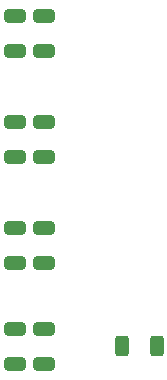
<source format=gbr>
%TF.GenerationSoftware,KiCad,Pcbnew,9.0.1*%
%TF.CreationDate,2025-04-05T14:03:07-06:00*%
%TF.ProjectId,GBDump,47424475-6d70-42e6-9b69-6361645f7063,rev?*%
%TF.SameCoordinates,Original*%
%TF.FileFunction,Paste,Bot*%
%TF.FilePolarity,Positive*%
%FSLAX46Y46*%
G04 Gerber Fmt 4.6, Leading zero omitted, Abs format (unit mm)*
G04 Created by KiCad (PCBNEW 9.0.1) date 2025-04-05 14:03:07*
%MOMM*%
%LPD*%
G01*
G04 APERTURE LIST*
G04 Aperture macros list*
%AMRoundRect*
0 Rectangle with rounded corners*
0 $1 Rounding radius*
0 $2 $3 $4 $5 $6 $7 $8 $9 X,Y pos of 4 corners*
0 Add a 4 corners polygon primitive as box body*
4,1,4,$2,$3,$4,$5,$6,$7,$8,$9,$2,$3,0*
0 Add four circle primitives for the rounded corners*
1,1,$1+$1,$2,$3*
1,1,$1+$1,$4,$5*
1,1,$1+$1,$6,$7*
1,1,$1+$1,$8,$9*
0 Add four rect primitives between the rounded corners*
20,1,$1+$1,$2,$3,$4,$5,0*
20,1,$1+$1,$4,$5,$6,$7,0*
20,1,$1+$1,$6,$7,$8,$9,0*
20,1,$1+$1,$8,$9,$2,$3,0*%
G04 Aperture macros list end*
%ADD10RoundRect,0.250000X-0.650000X0.325000X-0.650000X-0.325000X0.650000X-0.325000X0.650000X0.325000X0*%
%ADD11RoundRect,0.250000X0.650000X-0.325000X0.650000X0.325000X-0.650000X0.325000X-0.650000X-0.325000X0*%
%ADD12RoundRect,0.250000X-0.312500X-0.625000X0.312500X-0.625000X0.312500X0.625000X-0.312500X0.625000X0*%
G04 APERTURE END LIST*
D10*
%TO.C,C5*%
X172000000Y-84000000D03*
X172000000Y-86950000D03*
%TD*%
%TO.C,C7*%
X172000000Y-75025000D03*
X172000000Y-77975000D03*
%TD*%
D11*
%TO.C,C4*%
X174500000Y-95950000D03*
X174500000Y-93000000D03*
%TD*%
D12*
%TO.C,R1*%
X181075000Y-103000000D03*
X184000000Y-103000000D03*
%TD*%
D11*
%TO.C,C2*%
X174500000Y-104450000D03*
X174500000Y-101500000D03*
%TD*%
%TO.C,C8*%
X174500000Y-78000000D03*
X174500000Y-75050000D03*
%TD*%
%TO.C,C6*%
X174500000Y-86950000D03*
X174500000Y-84000000D03*
%TD*%
D10*
%TO.C,C3*%
X172000000Y-92975000D03*
X172000000Y-95925000D03*
%TD*%
%TO.C,C1*%
X171975000Y-101550000D03*
X171975000Y-104500000D03*
%TD*%
M02*

</source>
